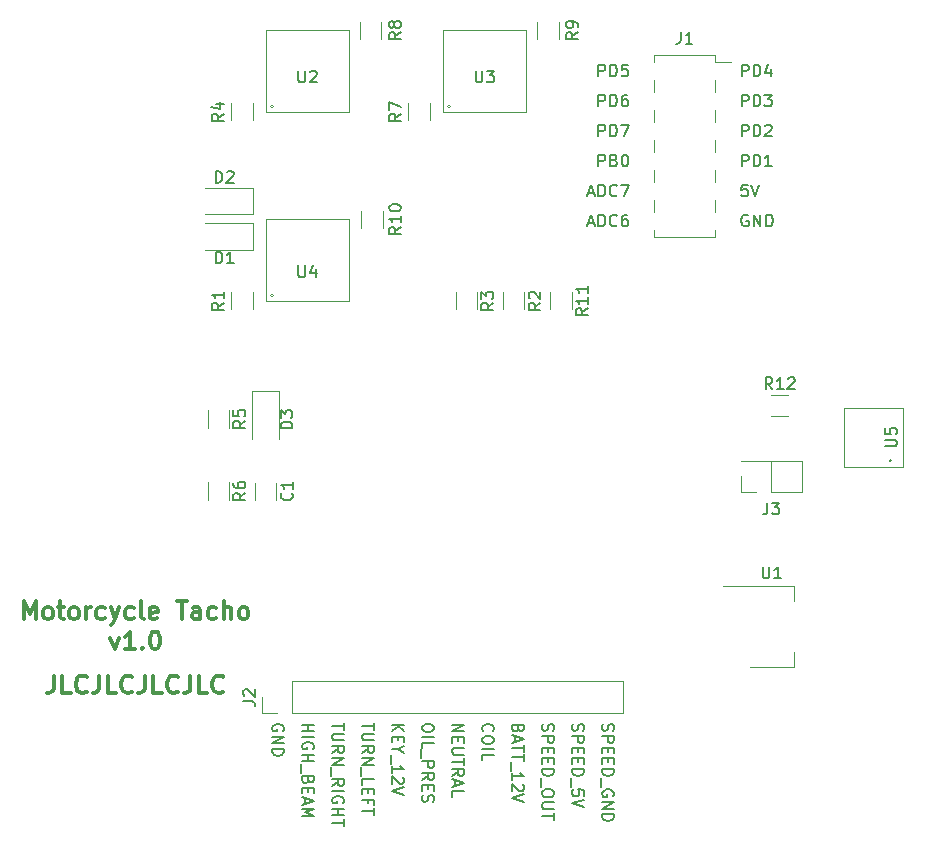
<source format=gbr>
%TF.GenerationSoftware,KiCad,Pcbnew,5.1.10*%
%TF.CreationDate,2021-09-26T09:29:56+10:00*%
%TF.ProjectId,pcb-sensor,7063622d-7365-46e7-936f-722e6b696361,rev?*%
%TF.SameCoordinates,Original*%
%TF.FileFunction,Legend,Top*%
%TF.FilePolarity,Positive*%
%FSLAX46Y46*%
G04 Gerber Fmt 4.6, Leading zero omitted, Abs format (unit mm)*
G04 Created by KiCad (PCBNEW 5.1.10) date 2021-09-26 09:29:56*
%MOMM*%
%LPD*%
G01*
G04 APERTURE LIST*
%ADD10C,0.300000*%
%ADD11C,0.150000*%
%ADD12C,0.120000*%
G04 APERTURE END LIST*
D10*
X117071428Y-120178571D02*
X117071428Y-121250000D01*
X117000000Y-121464285D01*
X116857142Y-121607142D01*
X116642857Y-121678571D01*
X116500000Y-121678571D01*
X118500000Y-121678571D02*
X117785714Y-121678571D01*
X117785714Y-120178571D01*
X119857142Y-121535714D02*
X119785714Y-121607142D01*
X119571428Y-121678571D01*
X119428571Y-121678571D01*
X119214285Y-121607142D01*
X119071428Y-121464285D01*
X119000000Y-121321428D01*
X118928571Y-121035714D01*
X118928571Y-120821428D01*
X119000000Y-120535714D01*
X119071428Y-120392857D01*
X119214285Y-120250000D01*
X119428571Y-120178571D01*
X119571428Y-120178571D01*
X119785714Y-120250000D01*
X119857142Y-120321428D01*
X120928571Y-120178571D02*
X120928571Y-121250000D01*
X120857142Y-121464285D01*
X120714285Y-121607142D01*
X120500000Y-121678571D01*
X120357142Y-121678571D01*
X122357142Y-121678571D02*
X121642857Y-121678571D01*
X121642857Y-120178571D01*
X123714285Y-121535714D02*
X123642857Y-121607142D01*
X123428571Y-121678571D01*
X123285714Y-121678571D01*
X123071428Y-121607142D01*
X122928571Y-121464285D01*
X122857142Y-121321428D01*
X122785714Y-121035714D01*
X122785714Y-120821428D01*
X122857142Y-120535714D01*
X122928571Y-120392857D01*
X123071428Y-120250000D01*
X123285714Y-120178571D01*
X123428571Y-120178571D01*
X123642857Y-120250000D01*
X123714285Y-120321428D01*
X124785714Y-120178571D02*
X124785714Y-121250000D01*
X124714285Y-121464285D01*
X124571428Y-121607142D01*
X124357142Y-121678571D01*
X124214285Y-121678571D01*
X126214285Y-121678571D02*
X125500000Y-121678571D01*
X125500000Y-120178571D01*
X127571428Y-121535714D02*
X127500000Y-121607142D01*
X127285714Y-121678571D01*
X127142857Y-121678571D01*
X126928571Y-121607142D01*
X126785714Y-121464285D01*
X126714285Y-121321428D01*
X126642857Y-121035714D01*
X126642857Y-120821428D01*
X126714285Y-120535714D01*
X126785714Y-120392857D01*
X126928571Y-120250000D01*
X127142857Y-120178571D01*
X127285714Y-120178571D01*
X127500000Y-120250000D01*
X127571428Y-120321428D01*
X128642857Y-120178571D02*
X128642857Y-121250000D01*
X128571428Y-121464285D01*
X128428571Y-121607142D01*
X128214285Y-121678571D01*
X128071428Y-121678571D01*
X130071428Y-121678571D02*
X129357142Y-121678571D01*
X129357142Y-120178571D01*
X131428571Y-121535714D02*
X131357142Y-121607142D01*
X131142857Y-121678571D01*
X131000000Y-121678571D01*
X130785714Y-121607142D01*
X130642857Y-121464285D01*
X130571428Y-121321428D01*
X130500000Y-121035714D01*
X130500000Y-120821428D01*
X130571428Y-120535714D01*
X130642857Y-120392857D01*
X130785714Y-120250000D01*
X131000000Y-120178571D01*
X131142857Y-120178571D01*
X131357142Y-120250000D01*
X131428571Y-120321428D01*
X114535714Y-115403571D02*
X114535714Y-113903571D01*
X115035714Y-114975000D01*
X115535714Y-113903571D01*
X115535714Y-115403571D01*
X116464285Y-115403571D02*
X116321428Y-115332142D01*
X116250000Y-115260714D01*
X116178571Y-115117857D01*
X116178571Y-114689285D01*
X116250000Y-114546428D01*
X116321428Y-114475000D01*
X116464285Y-114403571D01*
X116678571Y-114403571D01*
X116821428Y-114475000D01*
X116892857Y-114546428D01*
X116964285Y-114689285D01*
X116964285Y-115117857D01*
X116892857Y-115260714D01*
X116821428Y-115332142D01*
X116678571Y-115403571D01*
X116464285Y-115403571D01*
X117392857Y-114403571D02*
X117964285Y-114403571D01*
X117607142Y-113903571D02*
X117607142Y-115189285D01*
X117678571Y-115332142D01*
X117821428Y-115403571D01*
X117964285Y-115403571D01*
X118678571Y-115403571D02*
X118535714Y-115332142D01*
X118464285Y-115260714D01*
X118392857Y-115117857D01*
X118392857Y-114689285D01*
X118464285Y-114546428D01*
X118535714Y-114475000D01*
X118678571Y-114403571D01*
X118892857Y-114403571D01*
X119035714Y-114475000D01*
X119107142Y-114546428D01*
X119178571Y-114689285D01*
X119178571Y-115117857D01*
X119107142Y-115260714D01*
X119035714Y-115332142D01*
X118892857Y-115403571D01*
X118678571Y-115403571D01*
X119821428Y-115403571D02*
X119821428Y-114403571D01*
X119821428Y-114689285D02*
X119892857Y-114546428D01*
X119964285Y-114475000D01*
X120107142Y-114403571D01*
X120250000Y-114403571D01*
X121392857Y-115332142D02*
X121250000Y-115403571D01*
X120964285Y-115403571D01*
X120821428Y-115332142D01*
X120750000Y-115260714D01*
X120678571Y-115117857D01*
X120678571Y-114689285D01*
X120750000Y-114546428D01*
X120821428Y-114475000D01*
X120964285Y-114403571D01*
X121250000Y-114403571D01*
X121392857Y-114475000D01*
X121892857Y-114403571D02*
X122250000Y-115403571D01*
X122607142Y-114403571D02*
X122250000Y-115403571D01*
X122107142Y-115760714D01*
X122035714Y-115832142D01*
X121892857Y-115903571D01*
X123821428Y-115332142D02*
X123678571Y-115403571D01*
X123392857Y-115403571D01*
X123250000Y-115332142D01*
X123178571Y-115260714D01*
X123107142Y-115117857D01*
X123107142Y-114689285D01*
X123178571Y-114546428D01*
X123250000Y-114475000D01*
X123392857Y-114403571D01*
X123678571Y-114403571D01*
X123821428Y-114475000D01*
X124678571Y-115403571D02*
X124535714Y-115332142D01*
X124464285Y-115189285D01*
X124464285Y-113903571D01*
X125821428Y-115332142D02*
X125678571Y-115403571D01*
X125392857Y-115403571D01*
X125250000Y-115332142D01*
X125178571Y-115189285D01*
X125178571Y-114617857D01*
X125250000Y-114475000D01*
X125392857Y-114403571D01*
X125678571Y-114403571D01*
X125821428Y-114475000D01*
X125892857Y-114617857D01*
X125892857Y-114760714D01*
X125178571Y-114903571D01*
X127464285Y-113903571D02*
X128321428Y-113903571D01*
X127892857Y-115403571D02*
X127892857Y-113903571D01*
X129464285Y-115403571D02*
X129464285Y-114617857D01*
X129392857Y-114475000D01*
X129250000Y-114403571D01*
X128964285Y-114403571D01*
X128821428Y-114475000D01*
X129464285Y-115332142D02*
X129321428Y-115403571D01*
X128964285Y-115403571D01*
X128821428Y-115332142D01*
X128750000Y-115189285D01*
X128750000Y-115046428D01*
X128821428Y-114903571D01*
X128964285Y-114832142D01*
X129321428Y-114832142D01*
X129464285Y-114760714D01*
X130821428Y-115332142D02*
X130678571Y-115403571D01*
X130392857Y-115403571D01*
X130250000Y-115332142D01*
X130178571Y-115260714D01*
X130107142Y-115117857D01*
X130107142Y-114689285D01*
X130178571Y-114546428D01*
X130250000Y-114475000D01*
X130392857Y-114403571D01*
X130678571Y-114403571D01*
X130821428Y-114475000D01*
X131464285Y-115403571D02*
X131464285Y-113903571D01*
X132107142Y-115403571D02*
X132107142Y-114617857D01*
X132035714Y-114475000D01*
X131892857Y-114403571D01*
X131678571Y-114403571D01*
X131535714Y-114475000D01*
X131464285Y-114546428D01*
X133035714Y-115403571D02*
X132892857Y-115332142D01*
X132821428Y-115260714D01*
X132750000Y-115117857D01*
X132750000Y-114689285D01*
X132821428Y-114546428D01*
X132892857Y-114475000D01*
X133035714Y-114403571D01*
X133250000Y-114403571D01*
X133392857Y-114475000D01*
X133464285Y-114546428D01*
X133535714Y-114689285D01*
X133535714Y-115117857D01*
X133464285Y-115260714D01*
X133392857Y-115332142D01*
X133250000Y-115403571D01*
X133035714Y-115403571D01*
X121857142Y-116953571D02*
X122214285Y-117953571D01*
X122571428Y-116953571D01*
X123928571Y-117953571D02*
X123071428Y-117953571D01*
X123500000Y-117953571D02*
X123500000Y-116453571D01*
X123357142Y-116667857D01*
X123214285Y-116810714D01*
X123071428Y-116882142D01*
X124571428Y-117810714D02*
X124642857Y-117882142D01*
X124571428Y-117953571D01*
X124500000Y-117882142D01*
X124571428Y-117810714D01*
X124571428Y-117953571D01*
X125571428Y-116453571D02*
X125714285Y-116453571D01*
X125857142Y-116525000D01*
X125928571Y-116596428D01*
X126000000Y-116739285D01*
X126071428Y-117025000D01*
X126071428Y-117382142D01*
X126000000Y-117667857D01*
X125928571Y-117810714D01*
X125857142Y-117882142D01*
X125714285Y-117953571D01*
X125571428Y-117953571D01*
X125428571Y-117882142D01*
X125357142Y-117810714D01*
X125285714Y-117667857D01*
X125214285Y-117382142D01*
X125214285Y-117025000D01*
X125285714Y-116739285D01*
X125357142Y-116596428D01*
X125428571Y-116525000D01*
X125571428Y-116453571D01*
D11*
X175859404Y-81200000D02*
X175764166Y-81152380D01*
X175621309Y-81152380D01*
X175478452Y-81200000D01*
X175383214Y-81295238D01*
X175335595Y-81390476D01*
X175287976Y-81580952D01*
X175287976Y-81723809D01*
X175335595Y-81914285D01*
X175383214Y-82009523D01*
X175478452Y-82104761D01*
X175621309Y-82152380D01*
X175716547Y-82152380D01*
X175859404Y-82104761D01*
X175907023Y-82057142D01*
X175907023Y-81723809D01*
X175716547Y-81723809D01*
X176335595Y-82152380D02*
X176335595Y-81152380D01*
X176907023Y-82152380D01*
X176907023Y-81152380D01*
X177383214Y-82152380D02*
X177383214Y-81152380D01*
X177621309Y-81152380D01*
X177764166Y-81200000D01*
X177859404Y-81295238D01*
X177907023Y-81390476D01*
X177954642Y-81580952D01*
X177954642Y-81723809D01*
X177907023Y-81914285D01*
X177859404Y-82009523D01*
X177764166Y-82104761D01*
X177621309Y-82152380D01*
X177383214Y-82152380D01*
X175811785Y-78612380D02*
X175335595Y-78612380D01*
X175287976Y-79088571D01*
X175335595Y-79040952D01*
X175430833Y-78993333D01*
X175668928Y-78993333D01*
X175764166Y-79040952D01*
X175811785Y-79088571D01*
X175859404Y-79183809D01*
X175859404Y-79421904D01*
X175811785Y-79517142D01*
X175764166Y-79564761D01*
X175668928Y-79612380D01*
X175430833Y-79612380D01*
X175335595Y-79564761D01*
X175287976Y-79517142D01*
X176145119Y-78612380D02*
X176478452Y-79612380D01*
X176811785Y-78612380D01*
X175335595Y-77072380D02*
X175335595Y-76072380D01*
X175716547Y-76072380D01*
X175811785Y-76120000D01*
X175859404Y-76167619D01*
X175907023Y-76262857D01*
X175907023Y-76405714D01*
X175859404Y-76500952D01*
X175811785Y-76548571D01*
X175716547Y-76596190D01*
X175335595Y-76596190D01*
X176335595Y-77072380D02*
X176335595Y-76072380D01*
X176573690Y-76072380D01*
X176716547Y-76120000D01*
X176811785Y-76215238D01*
X176859404Y-76310476D01*
X176907023Y-76500952D01*
X176907023Y-76643809D01*
X176859404Y-76834285D01*
X176811785Y-76929523D01*
X176716547Y-77024761D01*
X176573690Y-77072380D01*
X176335595Y-77072380D01*
X177859404Y-77072380D02*
X177287976Y-77072380D01*
X177573690Y-77072380D02*
X177573690Y-76072380D01*
X177478452Y-76215238D01*
X177383214Y-76310476D01*
X177287976Y-76358095D01*
X175335595Y-74532380D02*
X175335595Y-73532380D01*
X175716547Y-73532380D01*
X175811785Y-73580000D01*
X175859404Y-73627619D01*
X175907023Y-73722857D01*
X175907023Y-73865714D01*
X175859404Y-73960952D01*
X175811785Y-74008571D01*
X175716547Y-74056190D01*
X175335595Y-74056190D01*
X176335595Y-74532380D02*
X176335595Y-73532380D01*
X176573690Y-73532380D01*
X176716547Y-73580000D01*
X176811785Y-73675238D01*
X176859404Y-73770476D01*
X176907023Y-73960952D01*
X176907023Y-74103809D01*
X176859404Y-74294285D01*
X176811785Y-74389523D01*
X176716547Y-74484761D01*
X176573690Y-74532380D01*
X176335595Y-74532380D01*
X177287976Y-73627619D02*
X177335595Y-73580000D01*
X177430833Y-73532380D01*
X177668928Y-73532380D01*
X177764166Y-73580000D01*
X177811785Y-73627619D01*
X177859404Y-73722857D01*
X177859404Y-73818095D01*
X177811785Y-73960952D01*
X177240357Y-74532380D01*
X177859404Y-74532380D01*
X175335595Y-71992380D02*
X175335595Y-70992380D01*
X175716547Y-70992380D01*
X175811785Y-71040000D01*
X175859404Y-71087619D01*
X175907023Y-71182857D01*
X175907023Y-71325714D01*
X175859404Y-71420952D01*
X175811785Y-71468571D01*
X175716547Y-71516190D01*
X175335595Y-71516190D01*
X176335595Y-71992380D02*
X176335595Y-70992380D01*
X176573690Y-70992380D01*
X176716547Y-71040000D01*
X176811785Y-71135238D01*
X176859404Y-71230476D01*
X176907023Y-71420952D01*
X176907023Y-71563809D01*
X176859404Y-71754285D01*
X176811785Y-71849523D01*
X176716547Y-71944761D01*
X176573690Y-71992380D01*
X176335595Y-71992380D01*
X177240357Y-70992380D02*
X177859404Y-70992380D01*
X177526071Y-71373333D01*
X177668928Y-71373333D01*
X177764166Y-71420952D01*
X177811785Y-71468571D01*
X177859404Y-71563809D01*
X177859404Y-71801904D01*
X177811785Y-71897142D01*
X177764166Y-71944761D01*
X177668928Y-71992380D01*
X177383214Y-71992380D01*
X177287976Y-71944761D01*
X177240357Y-71897142D01*
X175335595Y-69452380D02*
X175335595Y-68452380D01*
X175716547Y-68452380D01*
X175811785Y-68500000D01*
X175859404Y-68547619D01*
X175907023Y-68642857D01*
X175907023Y-68785714D01*
X175859404Y-68880952D01*
X175811785Y-68928571D01*
X175716547Y-68976190D01*
X175335595Y-68976190D01*
X176335595Y-69452380D02*
X176335595Y-68452380D01*
X176573690Y-68452380D01*
X176716547Y-68500000D01*
X176811785Y-68595238D01*
X176859404Y-68690476D01*
X176907023Y-68880952D01*
X176907023Y-69023809D01*
X176859404Y-69214285D01*
X176811785Y-69309523D01*
X176716547Y-69404761D01*
X176573690Y-69452380D01*
X176335595Y-69452380D01*
X177764166Y-68785714D02*
X177764166Y-69452380D01*
X177526071Y-68404761D02*
X177287976Y-69119047D01*
X177907023Y-69119047D01*
X162283452Y-81866666D02*
X162759642Y-81866666D01*
X162188214Y-82152380D02*
X162521547Y-81152380D01*
X162854880Y-82152380D01*
X163188214Y-82152380D02*
X163188214Y-81152380D01*
X163426309Y-81152380D01*
X163569166Y-81200000D01*
X163664404Y-81295238D01*
X163712023Y-81390476D01*
X163759642Y-81580952D01*
X163759642Y-81723809D01*
X163712023Y-81914285D01*
X163664404Y-82009523D01*
X163569166Y-82104761D01*
X163426309Y-82152380D01*
X163188214Y-82152380D01*
X164759642Y-82057142D02*
X164712023Y-82104761D01*
X164569166Y-82152380D01*
X164473928Y-82152380D01*
X164331071Y-82104761D01*
X164235833Y-82009523D01*
X164188214Y-81914285D01*
X164140595Y-81723809D01*
X164140595Y-81580952D01*
X164188214Y-81390476D01*
X164235833Y-81295238D01*
X164331071Y-81200000D01*
X164473928Y-81152380D01*
X164569166Y-81152380D01*
X164712023Y-81200000D01*
X164759642Y-81247619D01*
X165616785Y-81152380D02*
X165426309Y-81152380D01*
X165331071Y-81200000D01*
X165283452Y-81247619D01*
X165188214Y-81390476D01*
X165140595Y-81580952D01*
X165140595Y-81961904D01*
X165188214Y-82057142D01*
X165235833Y-82104761D01*
X165331071Y-82152380D01*
X165521547Y-82152380D01*
X165616785Y-82104761D01*
X165664404Y-82057142D01*
X165712023Y-81961904D01*
X165712023Y-81723809D01*
X165664404Y-81628571D01*
X165616785Y-81580952D01*
X165521547Y-81533333D01*
X165331071Y-81533333D01*
X165235833Y-81580952D01*
X165188214Y-81628571D01*
X165140595Y-81723809D01*
X162283452Y-79326666D02*
X162759642Y-79326666D01*
X162188214Y-79612380D02*
X162521547Y-78612380D01*
X162854880Y-79612380D01*
X163188214Y-79612380D02*
X163188214Y-78612380D01*
X163426309Y-78612380D01*
X163569166Y-78660000D01*
X163664404Y-78755238D01*
X163712023Y-78850476D01*
X163759642Y-79040952D01*
X163759642Y-79183809D01*
X163712023Y-79374285D01*
X163664404Y-79469523D01*
X163569166Y-79564761D01*
X163426309Y-79612380D01*
X163188214Y-79612380D01*
X164759642Y-79517142D02*
X164712023Y-79564761D01*
X164569166Y-79612380D01*
X164473928Y-79612380D01*
X164331071Y-79564761D01*
X164235833Y-79469523D01*
X164188214Y-79374285D01*
X164140595Y-79183809D01*
X164140595Y-79040952D01*
X164188214Y-78850476D01*
X164235833Y-78755238D01*
X164331071Y-78660000D01*
X164473928Y-78612380D01*
X164569166Y-78612380D01*
X164712023Y-78660000D01*
X164759642Y-78707619D01*
X165092976Y-78612380D02*
X165759642Y-78612380D01*
X165331071Y-79612380D01*
X163188214Y-77072380D02*
X163188214Y-76072380D01*
X163569166Y-76072380D01*
X163664404Y-76120000D01*
X163712023Y-76167619D01*
X163759642Y-76262857D01*
X163759642Y-76405714D01*
X163712023Y-76500952D01*
X163664404Y-76548571D01*
X163569166Y-76596190D01*
X163188214Y-76596190D01*
X164521547Y-76548571D02*
X164664404Y-76596190D01*
X164712023Y-76643809D01*
X164759642Y-76739047D01*
X164759642Y-76881904D01*
X164712023Y-76977142D01*
X164664404Y-77024761D01*
X164569166Y-77072380D01*
X164188214Y-77072380D01*
X164188214Y-76072380D01*
X164521547Y-76072380D01*
X164616785Y-76120000D01*
X164664404Y-76167619D01*
X164712023Y-76262857D01*
X164712023Y-76358095D01*
X164664404Y-76453333D01*
X164616785Y-76500952D01*
X164521547Y-76548571D01*
X164188214Y-76548571D01*
X165378690Y-76072380D02*
X165473928Y-76072380D01*
X165569166Y-76120000D01*
X165616785Y-76167619D01*
X165664404Y-76262857D01*
X165712023Y-76453333D01*
X165712023Y-76691428D01*
X165664404Y-76881904D01*
X165616785Y-76977142D01*
X165569166Y-77024761D01*
X165473928Y-77072380D01*
X165378690Y-77072380D01*
X165283452Y-77024761D01*
X165235833Y-76977142D01*
X165188214Y-76881904D01*
X165140595Y-76691428D01*
X165140595Y-76453333D01*
X165188214Y-76262857D01*
X165235833Y-76167619D01*
X165283452Y-76120000D01*
X165378690Y-76072380D01*
X163188214Y-74532380D02*
X163188214Y-73532380D01*
X163569166Y-73532380D01*
X163664404Y-73580000D01*
X163712023Y-73627619D01*
X163759642Y-73722857D01*
X163759642Y-73865714D01*
X163712023Y-73960952D01*
X163664404Y-74008571D01*
X163569166Y-74056190D01*
X163188214Y-74056190D01*
X164188214Y-74532380D02*
X164188214Y-73532380D01*
X164426309Y-73532380D01*
X164569166Y-73580000D01*
X164664404Y-73675238D01*
X164712023Y-73770476D01*
X164759642Y-73960952D01*
X164759642Y-74103809D01*
X164712023Y-74294285D01*
X164664404Y-74389523D01*
X164569166Y-74484761D01*
X164426309Y-74532380D01*
X164188214Y-74532380D01*
X165092976Y-73532380D02*
X165759642Y-73532380D01*
X165331071Y-74532380D01*
X163188214Y-71992380D02*
X163188214Y-70992380D01*
X163569166Y-70992380D01*
X163664404Y-71040000D01*
X163712023Y-71087619D01*
X163759642Y-71182857D01*
X163759642Y-71325714D01*
X163712023Y-71420952D01*
X163664404Y-71468571D01*
X163569166Y-71516190D01*
X163188214Y-71516190D01*
X164188214Y-71992380D02*
X164188214Y-70992380D01*
X164426309Y-70992380D01*
X164569166Y-71040000D01*
X164664404Y-71135238D01*
X164712023Y-71230476D01*
X164759642Y-71420952D01*
X164759642Y-71563809D01*
X164712023Y-71754285D01*
X164664404Y-71849523D01*
X164569166Y-71944761D01*
X164426309Y-71992380D01*
X164188214Y-71992380D01*
X165616785Y-70992380D02*
X165426309Y-70992380D01*
X165331071Y-71040000D01*
X165283452Y-71087619D01*
X165188214Y-71230476D01*
X165140595Y-71420952D01*
X165140595Y-71801904D01*
X165188214Y-71897142D01*
X165235833Y-71944761D01*
X165331071Y-71992380D01*
X165521547Y-71992380D01*
X165616785Y-71944761D01*
X165664404Y-71897142D01*
X165712023Y-71801904D01*
X165712023Y-71563809D01*
X165664404Y-71468571D01*
X165616785Y-71420952D01*
X165521547Y-71373333D01*
X165331071Y-71373333D01*
X165235833Y-71420952D01*
X165188214Y-71468571D01*
X165140595Y-71563809D01*
X163188214Y-69452380D02*
X163188214Y-68452380D01*
X163569166Y-68452380D01*
X163664404Y-68500000D01*
X163712023Y-68547619D01*
X163759642Y-68642857D01*
X163759642Y-68785714D01*
X163712023Y-68880952D01*
X163664404Y-68928571D01*
X163569166Y-68976190D01*
X163188214Y-68976190D01*
X164188214Y-69452380D02*
X164188214Y-68452380D01*
X164426309Y-68452380D01*
X164569166Y-68500000D01*
X164664404Y-68595238D01*
X164712023Y-68690476D01*
X164759642Y-68880952D01*
X164759642Y-69023809D01*
X164712023Y-69214285D01*
X164664404Y-69309523D01*
X164569166Y-69404761D01*
X164426309Y-69452380D01*
X164188214Y-69452380D01*
X165664404Y-68452380D02*
X165188214Y-68452380D01*
X165140595Y-68928571D01*
X165188214Y-68880952D01*
X165283452Y-68833333D01*
X165521547Y-68833333D01*
X165616785Y-68880952D01*
X165664404Y-68928571D01*
X165712023Y-69023809D01*
X165712023Y-69261904D01*
X165664404Y-69357142D01*
X165616785Y-69404761D01*
X165521547Y-69452380D01*
X165283452Y-69452380D01*
X165188214Y-69404761D01*
X165140595Y-69357142D01*
X163535238Y-124287976D02*
X163487619Y-124430833D01*
X163487619Y-124668928D01*
X163535238Y-124764166D01*
X163582857Y-124811785D01*
X163678095Y-124859404D01*
X163773333Y-124859404D01*
X163868571Y-124811785D01*
X163916190Y-124764166D01*
X163963809Y-124668928D01*
X164011428Y-124478452D01*
X164059047Y-124383214D01*
X164106666Y-124335595D01*
X164201904Y-124287976D01*
X164297142Y-124287976D01*
X164392380Y-124335595D01*
X164440000Y-124383214D01*
X164487619Y-124478452D01*
X164487619Y-124716547D01*
X164440000Y-124859404D01*
X163487619Y-125287976D02*
X164487619Y-125287976D01*
X164487619Y-125668928D01*
X164440000Y-125764166D01*
X164392380Y-125811785D01*
X164297142Y-125859404D01*
X164154285Y-125859404D01*
X164059047Y-125811785D01*
X164011428Y-125764166D01*
X163963809Y-125668928D01*
X163963809Y-125287976D01*
X164011428Y-126287976D02*
X164011428Y-126621309D01*
X163487619Y-126764166D02*
X163487619Y-126287976D01*
X164487619Y-126287976D01*
X164487619Y-126764166D01*
X164011428Y-127192738D02*
X164011428Y-127526071D01*
X163487619Y-127668928D02*
X163487619Y-127192738D01*
X164487619Y-127192738D01*
X164487619Y-127668928D01*
X163487619Y-128097500D02*
X164487619Y-128097500D01*
X164487619Y-128335595D01*
X164440000Y-128478452D01*
X164344761Y-128573690D01*
X164249523Y-128621309D01*
X164059047Y-128668928D01*
X163916190Y-128668928D01*
X163725714Y-128621309D01*
X163630476Y-128573690D01*
X163535238Y-128478452D01*
X163487619Y-128335595D01*
X163487619Y-128097500D01*
X163392380Y-128859404D02*
X163392380Y-129621309D01*
X164440000Y-130383214D02*
X164487619Y-130287976D01*
X164487619Y-130145119D01*
X164440000Y-130002261D01*
X164344761Y-129907023D01*
X164249523Y-129859404D01*
X164059047Y-129811785D01*
X163916190Y-129811785D01*
X163725714Y-129859404D01*
X163630476Y-129907023D01*
X163535238Y-130002261D01*
X163487619Y-130145119D01*
X163487619Y-130240357D01*
X163535238Y-130383214D01*
X163582857Y-130430833D01*
X163916190Y-130430833D01*
X163916190Y-130240357D01*
X163487619Y-130859404D02*
X164487619Y-130859404D01*
X163487619Y-131430833D01*
X164487619Y-131430833D01*
X163487619Y-131907023D02*
X164487619Y-131907023D01*
X164487619Y-132145119D01*
X164440000Y-132287976D01*
X164344761Y-132383214D01*
X164249523Y-132430833D01*
X164059047Y-132478452D01*
X163916190Y-132478452D01*
X163725714Y-132430833D01*
X163630476Y-132383214D01*
X163535238Y-132287976D01*
X163487619Y-132145119D01*
X163487619Y-131907023D01*
X160995238Y-124287976D02*
X160947619Y-124430833D01*
X160947619Y-124668928D01*
X160995238Y-124764166D01*
X161042857Y-124811785D01*
X161138095Y-124859404D01*
X161233333Y-124859404D01*
X161328571Y-124811785D01*
X161376190Y-124764166D01*
X161423809Y-124668928D01*
X161471428Y-124478452D01*
X161519047Y-124383214D01*
X161566666Y-124335595D01*
X161661904Y-124287976D01*
X161757142Y-124287976D01*
X161852380Y-124335595D01*
X161900000Y-124383214D01*
X161947619Y-124478452D01*
X161947619Y-124716547D01*
X161900000Y-124859404D01*
X160947619Y-125287976D02*
X161947619Y-125287976D01*
X161947619Y-125668928D01*
X161900000Y-125764166D01*
X161852380Y-125811785D01*
X161757142Y-125859404D01*
X161614285Y-125859404D01*
X161519047Y-125811785D01*
X161471428Y-125764166D01*
X161423809Y-125668928D01*
X161423809Y-125287976D01*
X161471428Y-126287976D02*
X161471428Y-126621309D01*
X160947619Y-126764166D02*
X160947619Y-126287976D01*
X161947619Y-126287976D01*
X161947619Y-126764166D01*
X161471428Y-127192738D02*
X161471428Y-127526071D01*
X160947619Y-127668928D02*
X160947619Y-127192738D01*
X161947619Y-127192738D01*
X161947619Y-127668928D01*
X160947619Y-128097500D02*
X161947619Y-128097500D01*
X161947619Y-128335595D01*
X161900000Y-128478452D01*
X161804761Y-128573690D01*
X161709523Y-128621309D01*
X161519047Y-128668928D01*
X161376190Y-128668928D01*
X161185714Y-128621309D01*
X161090476Y-128573690D01*
X160995238Y-128478452D01*
X160947619Y-128335595D01*
X160947619Y-128097500D01*
X160852380Y-128859404D02*
X160852380Y-129621309D01*
X161947619Y-130335595D02*
X161947619Y-129859404D01*
X161471428Y-129811785D01*
X161519047Y-129859404D01*
X161566666Y-129954642D01*
X161566666Y-130192738D01*
X161519047Y-130287976D01*
X161471428Y-130335595D01*
X161376190Y-130383214D01*
X161138095Y-130383214D01*
X161042857Y-130335595D01*
X160995238Y-130287976D01*
X160947619Y-130192738D01*
X160947619Y-129954642D01*
X160995238Y-129859404D01*
X161042857Y-129811785D01*
X161947619Y-130668928D02*
X160947619Y-131002261D01*
X161947619Y-131335595D01*
X153422857Y-124907023D02*
X153375238Y-124859404D01*
X153327619Y-124716547D01*
X153327619Y-124621309D01*
X153375238Y-124478452D01*
X153470476Y-124383214D01*
X153565714Y-124335595D01*
X153756190Y-124287976D01*
X153899047Y-124287976D01*
X154089523Y-124335595D01*
X154184761Y-124383214D01*
X154280000Y-124478452D01*
X154327619Y-124621309D01*
X154327619Y-124716547D01*
X154280000Y-124859404D01*
X154232380Y-124907023D01*
X154327619Y-125526071D02*
X154327619Y-125716547D01*
X154280000Y-125811785D01*
X154184761Y-125907023D01*
X153994285Y-125954642D01*
X153660952Y-125954642D01*
X153470476Y-125907023D01*
X153375238Y-125811785D01*
X153327619Y-125716547D01*
X153327619Y-125526071D01*
X153375238Y-125430833D01*
X153470476Y-125335595D01*
X153660952Y-125287976D01*
X153994285Y-125287976D01*
X154184761Y-125335595D01*
X154280000Y-125430833D01*
X154327619Y-125526071D01*
X153327619Y-126383214D02*
X154327619Y-126383214D01*
X153327619Y-127335595D02*
X153327619Y-126859404D01*
X154327619Y-126859404D01*
X156391428Y-124668928D02*
X156343809Y-124811785D01*
X156296190Y-124859404D01*
X156200952Y-124907023D01*
X156058095Y-124907023D01*
X155962857Y-124859404D01*
X155915238Y-124811785D01*
X155867619Y-124716547D01*
X155867619Y-124335595D01*
X156867619Y-124335595D01*
X156867619Y-124668928D01*
X156820000Y-124764166D01*
X156772380Y-124811785D01*
X156677142Y-124859404D01*
X156581904Y-124859404D01*
X156486666Y-124811785D01*
X156439047Y-124764166D01*
X156391428Y-124668928D01*
X156391428Y-124335595D01*
X156153333Y-125287976D02*
X156153333Y-125764166D01*
X155867619Y-125192738D02*
X156867619Y-125526071D01*
X155867619Y-125859404D01*
X156867619Y-126049880D02*
X156867619Y-126621309D01*
X155867619Y-126335595D02*
X156867619Y-126335595D01*
X156867619Y-126811785D02*
X156867619Y-127383214D01*
X155867619Y-127097500D02*
X156867619Y-127097500D01*
X155772380Y-127478452D02*
X155772380Y-128240357D01*
X155867619Y-129002261D02*
X155867619Y-128430833D01*
X155867619Y-128716547D02*
X156867619Y-128716547D01*
X156724761Y-128621309D01*
X156629523Y-128526071D01*
X156581904Y-128430833D01*
X156772380Y-129383214D02*
X156820000Y-129430833D01*
X156867619Y-129526071D01*
X156867619Y-129764166D01*
X156820000Y-129859404D01*
X156772380Y-129907023D01*
X156677142Y-129954642D01*
X156581904Y-129954642D01*
X156439047Y-129907023D01*
X155867619Y-129335595D01*
X155867619Y-129954642D01*
X156867619Y-130240357D02*
X155867619Y-130573690D01*
X156867619Y-130907023D01*
X144167619Y-124192738D02*
X144167619Y-124764166D01*
X143167619Y-124478452D02*
X144167619Y-124478452D01*
X144167619Y-125097500D02*
X143358095Y-125097500D01*
X143262857Y-125145119D01*
X143215238Y-125192738D01*
X143167619Y-125287976D01*
X143167619Y-125478452D01*
X143215238Y-125573690D01*
X143262857Y-125621309D01*
X143358095Y-125668928D01*
X144167619Y-125668928D01*
X143167619Y-126716547D02*
X143643809Y-126383214D01*
X143167619Y-126145119D02*
X144167619Y-126145119D01*
X144167619Y-126526071D01*
X144120000Y-126621309D01*
X144072380Y-126668928D01*
X143977142Y-126716547D01*
X143834285Y-126716547D01*
X143739047Y-126668928D01*
X143691428Y-126621309D01*
X143643809Y-126526071D01*
X143643809Y-126145119D01*
X143167619Y-127145119D02*
X144167619Y-127145119D01*
X143167619Y-127716547D01*
X144167619Y-127716547D01*
X143072380Y-127954642D02*
X143072380Y-128716547D01*
X143167619Y-129430833D02*
X143167619Y-128954642D01*
X144167619Y-128954642D01*
X143691428Y-129764166D02*
X143691428Y-130097500D01*
X143167619Y-130240357D02*
X143167619Y-129764166D01*
X144167619Y-129764166D01*
X144167619Y-130240357D01*
X143691428Y-131002261D02*
X143691428Y-130668928D01*
X143167619Y-130668928D02*
X144167619Y-130668928D01*
X144167619Y-131145119D01*
X144167619Y-131383214D02*
X144167619Y-131954642D01*
X143167619Y-131668928D02*
X144167619Y-131668928D01*
X141627619Y-124192738D02*
X141627619Y-124764166D01*
X140627619Y-124478452D02*
X141627619Y-124478452D01*
X141627619Y-125097500D02*
X140818095Y-125097500D01*
X140722857Y-125145119D01*
X140675238Y-125192738D01*
X140627619Y-125287976D01*
X140627619Y-125478452D01*
X140675238Y-125573690D01*
X140722857Y-125621309D01*
X140818095Y-125668928D01*
X141627619Y-125668928D01*
X140627619Y-126716547D02*
X141103809Y-126383214D01*
X140627619Y-126145119D02*
X141627619Y-126145119D01*
X141627619Y-126526071D01*
X141580000Y-126621309D01*
X141532380Y-126668928D01*
X141437142Y-126716547D01*
X141294285Y-126716547D01*
X141199047Y-126668928D01*
X141151428Y-126621309D01*
X141103809Y-126526071D01*
X141103809Y-126145119D01*
X140627619Y-127145119D02*
X141627619Y-127145119D01*
X140627619Y-127716547D01*
X141627619Y-127716547D01*
X140532380Y-127954642D02*
X140532380Y-128716547D01*
X140627619Y-129526071D02*
X141103809Y-129192738D01*
X140627619Y-128954642D02*
X141627619Y-128954642D01*
X141627619Y-129335595D01*
X141580000Y-129430833D01*
X141532380Y-129478452D01*
X141437142Y-129526071D01*
X141294285Y-129526071D01*
X141199047Y-129478452D01*
X141151428Y-129430833D01*
X141103809Y-129335595D01*
X141103809Y-128954642D01*
X140627619Y-129954642D02*
X141627619Y-129954642D01*
X141580000Y-130954642D02*
X141627619Y-130859404D01*
X141627619Y-130716547D01*
X141580000Y-130573690D01*
X141484761Y-130478452D01*
X141389523Y-130430833D01*
X141199047Y-130383214D01*
X141056190Y-130383214D01*
X140865714Y-130430833D01*
X140770476Y-130478452D01*
X140675238Y-130573690D01*
X140627619Y-130716547D01*
X140627619Y-130811785D01*
X140675238Y-130954642D01*
X140722857Y-131002261D01*
X141056190Y-131002261D01*
X141056190Y-130811785D01*
X140627619Y-131430833D02*
X141627619Y-131430833D01*
X141151428Y-131430833D02*
X141151428Y-132002261D01*
X140627619Y-132002261D02*
X141627619Y-132002261D01*
X141627619Y-132335595D02*
X141627619Y-132907023D01*
X140627619Y-132621309D02*
X141627619Y-132621309D01*
X149247619Y-124526071D02*
X149247619Y-124716547D01*
X149200000Y-124811785D01*
X149104761Y-124907023D01*
X148914285Y-124954642D01*
X148580952Y-124954642D01*
X148390476Y-124907023D01*
X148295238Y-124811785D01*
X148247619Y-124716547D01*
X148247619Y-124526071D01*
X148295238Y-124430833D01*
X148390476Y-124335595D01*
X148580952Y-124287976D01*
X148914285Y-124287976D01*
X149104761Y-124335595D01*
X149200000Y-124430833D01*
X149247619Y-124526071D01*
X148247619Y-125383214D02*
X149247619Y-125383214D01*
X148247619Y-126335595D02*
X148247619Y-125859404D01*
X149247619Y-125859404D01*
X148152380Y-126430833D02*
X148152380Y-127192738D01*
X148247619Y-127430833D02*
X149247619Y-127430833D01*
X149247619Y-127811785D01*
X149200000Y-127907023D01*
X149152380Y-127954642D01*
X149057142Y-128002261D01*
X148914285Y-128002261D01*
X148819047Y-127954642D01*
X148771428Y-127907023D01*
X148723809Y-127811785D01*
X148723809Y-127430833D01*
X148247619Y-129002261D02*
X148723809Y-128668928D01*
X148247619Y-128430833D02*
X149247619Y-128430833D01*
X149247619Y-128811785D01*
X149200000Y-128907023D01*
X149152380Y-128954642D01*
X149057142Y-129002261D01*
X148914285Y-129002261D01*
X148819047Y-128954642D01*
X148771428Y-128907023D01*
X148723809Y-128811785D01*
X148723809Y-128430833D01*
X148771428Y-129430833D02*
X148771428Y-129764166D01*
X148247619Y-129907023D02*
X148247619Y-129430833D01*
X149247619Y-129430833D01*
X149247619Y-129907023D01*
X148295238Y-130287976D02*
X148247619Y-130430833D01*
X148247619Y-130668928D01*
X148295238Y-130764166D01*
X148342857Y-130811785D01*
X148438095Y-130859404D01*
X148533333Y-130859404D01*
X148628571Y-130811785D01*
X148676190Y-130764166D01*
X148723809Y-130668928D01*
X148771428Y-130478452D01*
X148819047Y-130383214D01*
X148866666Y-130335595D01*
X148961904Y-130287976D01*
X149057142Y-130287976D01*
X149152380Y-130335595D01*
X149200000Y-130383214D01*
X149247619Y-130478452D01*
X149247619Y-130716547D01*
X149200000Y-130859404D01*
X150787619Y-124335595D02*
X151787619Y-124335595D01*
X150787619Y-124907023D01*
X151787619Y-124907023D01*
X151311428Y-125383214D02*
X151311428Y-125716547D01*
X150787619Y-125859404D02*
X150787619Y-125383214D01*
X151787619Y-125383214D01*
X151787619Y-125859404D01*
X151787619Y-126287976D02*
X150978095Y-126287976D01*
X150882857Y-126335595D01*
X150835238Y-126383214D01*
X150787619Y-126478452D01*
X150787619Y-126668928D01*
X150835238Y-126764166D01*
X150882857Y-126811785D01*
X150978095Y-126859404D01*
X151787619Y-126859404D01*
X151787619Y-127192738D02*
X151787619Y-127764166D01*
X150787619Y-127478452D02*
X151787619Y-127478452D01*
X150787619Y-128668928D02*
X151263809Y-128335595D01*
X150787619Y-128097500D02*
X151787619Y-128097500D01*
X151787619Y-128478452D01*
X151740000Y-128573690D01*
X151692380Y-128621309D01*
X151597142Y-128668928D01*
X151454285Y-128668928D01*
X151359047Y-128621309D01*
X151311428Y-128573690D01*
X151263809Y-128478452D01*
X151263809Y-128097500D01*
X151073333Y-129049880D02*
X151073333Y-129526071D01*
X150787619Y-128954642D02*
X151787619Y-129287976D01*
X150787619Y-129621309D01*
X150787619Y-130430833D02*
X150787619Y-129954642D01*
X151787619Y-129954642D01*
X138087619Y-124335595D02*
X139087619Y-124335595D01*
X138611428Y-124335595D02*
X138611428Y-124907023D01*
X138087619Y-124907023D02*
X139087619Y-124907023D01*
X138087619Y-125383214D02*
X139087619Y-125383214D01*
X139040000Y-126383214D02*
X139087619Y-126287976D01*
X139087619Y-126145119D01*
X139040000Y-126002261D01*
X138944761Y-125907023D01*
X138849523Y-125859404D01*
X138659047Y-125811785D01*
X138516190Y-125811785D01*
X138325714Y-125859404D01*
X138230476Y-125907023D01*
X138135238Y-126002261D01*
X138087619Y-126145119D01*
X138087619Y-126240357D01*
X138135238Y-126383214D01*
X138182857Y-126430833D01*
X138516190Y-126430833D01*
X138516190Y-126240357D01*
X138087619Y-126859404D02*
X139087619Y-126859404D01*
X138611428Y-126859404D02*
X138611428Y-127430833D01*
X138087619Y-127430833D02*
X139087619Y-127430833D01*
X137992380Y-127668928D02*
X137992380Y-128430833D01*
X138611428Y-129002261D02*
X138563809Y-129145119D01*
X138516190Y-129192738D01*
X138420952Y-129240357D01*
X138278095Y-129240357D01*
X138182857Y-129192738D01*
X138135238Y-129145119D01*
X138087619Y-129049880D01*
X138087619Y-128668928D01*
X139087619Y-128668928D01*
X139087619Y-129002261D01*
X139040000Y-129097500D01*
X138992380Y-129145119D01*
X138897142Y-129192738D01*
X138801904Y-129192738D01*
X138706666Y-129145119D01*
X138659047Y-129097500D01*
X138611428Y-129002261D01*
X138611428Y-128668928D01*
X138611428Y-129668928D02*
X138611428Y-130002261D01*
X138087619Y-130145119D02*
X138087619Y-129668928D01*
X139087619Y-129668928D01*
X139087619Y-130145119D01*
X138373333Y-130526071D02*
X138373333Y-131002261D01*
X138087619Y-130430833D02*
X139087619Y-130764166D01*
X138087619Y-131097500D01*
X138087619Y-131430833D02*
X139087619Y-131430833D01*
X138373333Y-131764166D01*
X139087619Y-132097500D01*
X138087619Y-132097500D01*
X145707619Y-124335595D02*
X146707619Y-124335595D01*
X145707619Y-124907023D02*
X146279047Y-124478452D01*
X146707619Y-124907023D02*
X146136190Y-124335595D01*
X146231428Y-125335595D02*
X146231428Y-125668928D01*
X145707619Y-125811785D02*
X145707619Y-125335595D01*
X146707619Y-125335595D01*
X146707619Y-125811785D01*
X146183809Y-126430833D02*
X145707619Y-126430833D01*
X146707619Y-126097500D02*
X146183809Y-126430833D01*
X146707619Y-126764166D01*
X145612380Y-126859404D02*
X145612380Y-127621309D01*
X145707619Y-128383214D02*
X145707619Y-127811785D01*
X145707619Y-128097500D02*
X146707619Y-128097500D01*
X146564761Y-128002261D01*
X146469523Y-127907023D01*
X146421904Y-127811785D01*
X146612380Y-128764166D02*
X146660000Y-128811785D01*
X146707619Y-128907023D01*
X146707619Y-129145119D01*
X146660000Y-129240357D01*
X146612380Y-129287976D01*
X146517142Y-129335595D01*
X146421904Y-129335595D01*
X146279047Y-129287976D01*
X145707619Y-128716547D01*
X145707619Y-129335595D01*
X146707619Y-129621309D02*
X145707619Y-129954642D01*
X146707619Y-130287976D01*
X158455238Y-124287976D02*
X158407619Y-124430833D01*
X158407619Y-124668928D01*
X158455238Y-124764166D01*
X158502857Y-124811785D01*
X158598095Y-124859404D01*
X158693333Y-124859404D01*
X158788571Y-124811785D01*
X158836190Y-124764166D01*
X158883809Y-124668928D01*
X158931428Y-124478452D01*
X158979047Y-124383214D01*
X159026666Y-124335595D01*
X159121904Y-124287976D01*
X159217142Y-124287976D01*
X159312380Y-124335595D01*
X159360000Y-124383214D01*
X159407619Y-124478452D01*
X159407619Y-124716547D01*
X159360000Y-124859404D01*
X158407619Y-125287976D02*
X159407619Y-125287976D01*
X159407619Y-125668928D01*
X159360000Y-125764166D01*
X159312380Y-125811785D01*
X159217142Y-125859404D01*
X159074285Y-125859404D01*
X158979047Y-125811785D01*
X158931428Y-125764166D01*
X158883809Y-125668928D01*
X158883809Y-125287976D01*
X158931428Y-126287976D02*
X158931428Y-126621309D01*
X158407619Y-126764166D02*
X158407619Y-126287976D01*
X159407619Y-126287976D01*
X159407619Y-126764166D01*
X158931428Y-127192738D02*
X158931428Y-127526071D01*
X158407619Y-127668928D02*
X158407619Y-127192738D01*
X159407619Y-127192738D01*
X159407619Y-127668928D01*
X158407619Y-128097500D02*
X159407619Y-128097500D01*
X159407619Y-128335595D01*
X159360000Y-128478452D01*
X159264761Y-128573690D01*
X159169523Y-128621309D01*
X158979047Y-128668928D01*
X158836190Y-128668928D01*
X158645714Y-128621309D01*
X158550476Y-128573690D01*
X158455238Y-128478452D01*
X158407619Y-128335595D01*
X158407619Y-128097500D01*
X158312380Y-128859404D02*
X158312380Y-129621309D01*
X159407619Y-130049880D02*
X159407619Y-130240357D01*
X159360000Y-130335595D01*
X159264761Y-130430833D01*
X159074285Y-130478452D01*
X158740952Y-130478452D01*
X158550476Y-130430833D01*
X158455238Y-130335595D01*
X158407619Y-130240357D01*
X158407619Y-130049880D01*
X158455238Y-129954642D01*
X158550476Y-129859404D01*
X158740952Y-129811785D01*
X159074285Y-129811785D01*
X159264761Y-129859404D01*
X159360000Y-129954642D01*
X159407619Y-130049880D01*
X159407619Y-130907023D02*
X158598095Y-130907023D01*
X158502857Y-130954642D01*
X158455238Y-131002261D01*
X158407619Y-131097500D01*
X158407619Y-131287976D01*
X158455238Y-131383214D01*
X158502857Y-131430833D01*
X158598095Y-131478452D01*
X159407619Y-131478452D01*
X159407619Y-131811785D02*
X159407619Y-132383214D01*
X158407619Y-132097500D02*
X159407619Y-132097500D01*
X136500000Y-124859404D02*
X136547619Y-124764166D01*
X136547619Y-124621309D01*
X136500000Y-124478452D01*
X136404761Y-124383214D01*
X136309523Y-124335595D01*
X136119047Y-124287976D01*
X135976190Y-124287976D01*
X135785714Y-124335595D01*
X135690476Y-124383214D01*
X135595238Y-124478452D01*
X135547619Y-124621309D01*
X135547619Y-124716547D01*
X135595238Y-124859404D01*
X135642857Y-124907023D01*
X135976190Y-124907023D01*
X135976190Y-124716547D01*
X135547619Y-125335595D02*
X136547619Y-125335595D01*
X135547619Y-125907023D01*
X136547619Y-125907023D01*
X135547619Y-126383214D02*
X136547619Y-126383214D01*
X136547619Y-126621309D01*
X136500000Y-126764166D01*
X136404761Y-126859404D01*
X136309523Y-126907023D01*
X136119047Y-126954642D01*
X135976190Y-126954642D01*
X135785714Y-126907023D01*
X135690476Y-126859404D01*
X135595238Y-126764166D01*
X135547619Y-126621309D01*
X135547619Y-126383214D01*
D12*
%TO.C,U2*%
X135640000Y-72000000D02*
G75*
G03*
X135640000Y-72000000I-100000J0D01*
G01*
X135040000Y-65500000D02*
X142040000Y-65500000D01*
X142040000Y-65500000D02*
X142040000Y-72500000D01*
X142040000Y-72500000D02*
X135040000Y-72500000D01*
X135040000Y-72500000D02*
X135040000Y-65500000D01*
%TO.C,U4*%
X135640000Y-88000000D02*
G75*
G03*
X135640000Y-88000000I-100000J0D01*
G01*
X135040000Y-81500000D02*
X142040000Y-81500000D01*
X142040000Y-81500000D02*
X142040000Y-88500000D01*
X142040000Y-88500000D02*
X135040000Y-88500000D01*
X135040000Y-88500000D02*
X135040000Y-81500000D01*
%TO.C,U3*%
X150640000Y-72000000D02*
G75*
G03*
X150640000Y-72000000I-100000J0D01*
G01*
X150040000Y-65500000D02*
X157040000Y-65500000D01*
X157040000Y-65500000D02*
X157040000Y-72500000D01*
X157040000Y-72500000D02*
X150040000Y-72500000D01*
X150040000Y-72500000D02*
X150040000Y-65500000D01*
%TO.C,U1*%
X179760000Y-119410000D02*
X179760000Y-118150000D01*
X179760000Y-112590000D02*
X179760000Y-113850000D01*
X176000000Y-119410000D02*
X179760000Y-119410000D01*
X173750000Y-112590000D02*
X179760000Y-112590000D01*
%TO.C,J3*%
X180430000Y-104630000D02*
X177830000Y-104630000D01*
X180430000Y-104630000D02*
X180430000Y-101970000D01*
X180430000Y-101970000D02*
X175230000Y-101970000D01*
X175230000Y-102030000D02*
X175230000Y-101970000D01*
X177830000Y-102030000D02*
X175230000Y-102030000D01*
X177830000Y-104630000D02*
X177830000Y-102030000D01*
X175230000Y-104630000D02*
X175230000Y-103300000D01*
X176560000Y-104630000D02*
X175230000Y-104630000D01*
%TO.C,D3*%
X136135000Y-100112500D02*
X136135000Y-96052500D01*
X136135000Y-96052500D02*
X133865000Y-96052500D01*
X133865000Y-96052500D02*
X133865000Y-100112500D01*
%TO.C,J2*%
X165270000Y-123330000D02*
X165270000Y-120670000D01*
X137270000Y-123330000D02*
X165270000Y-123330000D01*
X137270000Y-120670000D02*
X165270000Y-120670000D01*
X137270000Y-123330000D02*
X137270000Y-120670000D01*
X136000000Y-123330000D02*
X134670000Y-123330000D01*
X134670000Y-123330000D02*
X134670000Y-122000000D01*
%TO.C,U5*%
X188000000Y-102000000D02*
G75*
G03*
X188000000Y-102000000I-100000J0D01*
G01*
X184000000Y-102500000D02*
X184000000Y-97500000D01*
X184000000Y-97500000D02*
X189000000Y-97500000D01*
X189000000Y-97500000D02*
X189000000Y-102500000D01*
X189000000Y-102500000D02*
X184000000Y-102500000D01*
%TO.C,R12*%
X177822936Y-96390000D02*
X179277064Y-96390000D01*
X177822936Y-98210000D02*
X179277064Y-98210000D01*
%TO.C,R11*%
X160910000Y-87722936D02*
X160910000Y-89177064D01*
X159090000Y-87722936D02*
X159090000Y-89177064D01*
%TO.C,R10*%
X143090000Y-82277064D02*
X143090000Y-80822936D01*
X144910000Y-82277064D02*
X144910000Y-80822936D01*
%TO.C,R9*%
X157990000Y-66277064D02*
X157990000Y-64822936D01*
X159810000Y-66277064D02*
X159810000Y-64822936D01*
%TO.C,R8*%
X142990000Y-66277064D02*
X142990000Y-64822936D01*
X144810000Y-66277064D02*
X144810000Y-64822936D01*
%TO.C,R7*%
X148910000Y-71722936D02*
X148910000Y-73177064D01*
X147090000Y-71722936D02*
X147090000Y-73177064D01*
%TO.C,R4*%
X133910000Y-71722936D02*
X133910000Y-73177064D01*
X132090000Y-71722936D02*
X132090000Y-73177064D01*
%TO.C,R6*%
X131910000Y-103822936D02*
X131910000Y-105277064D01*
X130090000Y-103822936D02*
X130090000Y-105277064D01*
%TO.C,R5*%
X131910000Y-97722936D02*
X131910000Y-99177064D01*
X130090000Y-97722936D02*
X130090000Y-99177064D01*
%TO.C,C1*%
X135910000Y-103851248D02*
X135910000Y-105273752D01*
X134090000Y-103851248D02*
X134090000Y-105273752D01*
%TO.C,R3*%
X152910000Y-87722936D02*
X152910000Y-89177064D01*
X151090000Y-87722936D02*
X151090000Y-89177064D01*
%TO.C,R2*%
X156910000Y-87722936D02*
X156910000Y-89177064D01*
X155090000Y-87722936D02*
X155090000Y-89177064D01*
%TO.C,R1*%
X133910000Y-87722936D02*
X133910000Y-89177064D01*
X132090000Y-87722936D02*
X132090000Y-89177064D01*
%TO.C,D2*%
X129912500Y-81135000D02*
X133972500Y-81135000D01*
X133972500Y-81135000D02*
X133972500Y-78865000D01*
X133972500Y-78865000D02*
X129912500Y-78865000D01*
%TO.C,D1*%
X129912500Y-84135000D02*
X133972500Y-84135000D01*
X133972500Y-84135000D02*
X133972500Y-81865000D01*
X133972500Y-81865000D02*
X129912500Y-81865000D01*
%TO.C,J1*%
X167875000Y-67670000D02*
X173075000Y-67670000D01*
X173075000Y-67670000D02*
X173075000Y-68240000D01*
X173075000Y-69760000D02*
X173075000Y-70780000D01*
X173075000Y-72300000D02*
X173075000Y-73320000D01*
X173075000Y-74840000D02*
X173075000Y-75860000D01*
X173075000Y-77380000D02*
X173075000Y-78400000D01*
X173075000Y-79920000D02*
X173075000Y-80940000D01*
X173075000Y-82460000D02*
X173075000Y-83030000D01*
X167875000Y-83030000D02*
X173075000Y-83030000D01*
X167875000Y-67670000D02*
X167875000Y-68240000D01*
X167875000Y-69760000D02*
X167875000Y-70780000D01*
X167875000Y-72300000D02*
X167875000Y-73320000D01*
X167875000Y-74840000D02*
X167875000Y-75860000D01*
X167875000Y-77380000D02*
X167875000Y-78400000D01*
X167875000Y-79920000D02*
X167875000Y-80940000D01*
X167875000Y-82460000D02*
X167875000Y-83030000D01*
X173075000Y-68240000D02*
X174435000Y-68240000D01*
%TO.C,U2*%
D11*
X137778095Y-68952380D02*
X137778095Y-69761904D01*
X137825714Y-69857142D01*
X137873333Y-69904761D01*
X137968571Y-69952380D01*
X138159047Y-69952380D01*
X138254285Y-69904761D01*
X138301904Y-69857142D01*
X138349523Y-69761904D01*
X138349523Y-68952380D01*
X138778095Y-69047619D02*
X138825714Y-69000000D01*
X138920952Y-68952380D01*
X139159047Y-68952380D01*
X139254285Y-69000000D01*
X139301904Y-69047619D01*
X139349523Y-69142857D01*
X139349523Y-69238095D01*
X139301904Y-69380952D01*
X138730476Y-69952380D01*
X139349523Y-69952380D01*
%TO.C,U4*%
X137778095Y-85452380D02*
X137778095Y-86261904D01*
X137825714Y-86357142D01*
X137873333Y-86404761D01*
X137968571Y-86452380D01*
X138159047Y-86452380D01*
X138254285Y-86404761D01*
X138301904Y-86357142D01*
X138349523Y-86261904D01*
X138349523Y-85452380D01*
X139254285Y-85785714D02*
X139254285Y-86452380D01*
X139016190Y-85404761D02*
X138778095Y-86119047D01*
X139397142Y-86119047D01*
%TO.C,U3*%
X152778095Y-68952380D02*
X152778095Y-69761904D01*
X152825714Y-69857142D01*
X152873333Y-69904761D01*
X152968571Y-69952380D01*
X153159047Y-69952380D01*
X153254285Y-69904761D01*
X153301904Y-69857142D01*
X153349523Y-69761904D01*
X153349523Y-68952380D01*
X153730476Y-68952380D02*
X154349523Y-68952380D01*
X154016190Y-69333333D01*
X154159047Y-69333333D01*
X154254285Y-69380952D01*
X154301904Y-69428571D01*
X154349523Y-69523809D01*
X154349523Y-69761904D01*
X154301904Y-69857142D01*
X154254285Y-69904761D01*
X154159047Y-69952380D01*
X153873333Y-69952380D01*
X153778095Y-69904761D01*
X153730476Y-69857142D01*
%TO.C,U1*%
X177088095Y-110952380D02*
X177088095Y-111761904D01*
X177135714Y-111857142D01*
X177183333Y-111904761D01*
X177278571Y-111952380D01*
X177469047Y-111952380D01*
X177564285Y-111904761D01*
X177611904Y-111857142D01*
X177659523Y-111761904D01*
X177659523Y-110952380D01*
X178659523Y-111952380D02*
X178088095Y-111952380D01*
X178373809Y-111952380D02*
X178373809Y-110952380D01*
X178278571Y-111095238D01*
X178183333Y-111190476D01*
X178088095Y-111238095D01*
%TO.C,J3*%
X177496666Y-105522380D02*
X177496666Y-106236666D01*
X177449047Y-106379523D01*
X177353809Y-106474761D01*
X177210952Y-106522380D01*
X177115714Y-106522380D01*
X177877619Y-105522380D02*
X178496666Y-105522380D01*
X178163333Y-105903333D01*
X178306190Y-105903333D01*
X178401428Y-105950952D01*
X178449047Y-105998571D01*
X178496666Y-106093809D01*
X178496666Y-106331904D01*
X178449047Y-106427142D01*
X178401428Y-106474761D01*
X178306190Y-106522380D01*
X178020476Y-106522380D01*
X177925238Y-106474761D01*
X177877619Y-106427142D01*
%TO.C,D3*%
X137272380Y-99250595D02*
X136272380Y-99250595D01*
X136272380Y-99012500D01*
X136320000Y-98869642D01*
X136415238Y-98774404D01*
X136510476Y-98726785D01*
X136700952Y-98679166D01*
X136843809Y-98679166D01*
X137034285Y-98726785D01*
X137129523Y-98774404D01*
X137224761Y-98869642D01*
X137272380Y-99012500D01*
X137272380Y-99250595D01*
X136272380Y-98345833D02*
X136272380Y-97726785D01*
X136653333Y-98060119D01*
X136653333Y-97917261D01*
X136700952Y-97822023D01*
X136748571Y-97774404D01*
X136843809Y-97726785D01*
X137081904Y-97726785D01*
X137177142Y-97774404D01*
X137224761Y-97822023D01*
X137272380Y-97917261D01*
X137272380Y-98202976D01*
X137224761Y-98298214D01*
X137177142Y-98345833D01*
%TO.C,J2*%
X133122380Y-122333333D02*
X133836666Y-122333333D01*
X133979523Y-122380952D01*
X134074761Y-122476190D01*
X134122380Y-122619047D01*
X134122380Y-122714285D01*
X133217619Y-121904761D02*
X133170000Y-121857142D01*
X133122380Y-121761904D01*
X133122380Y-121523809D01*
X133170000Y-121428571D01*
X133217619Y-121380952D01*
X133312857Y-121333333D01*
X133408095Y-121333333D01*
X133550952Y-121380952D01*
X134122380Y-121952380D01*
X134122380Y-121333333D01*
%TO.C,U5*%
X187452380Y-100761904D02*
X188261904Y-100761904D01*
X188357142Y-100714285D01*
X188404761Y-100666666D01*
X188452380Y-100571428D01*
X188452380Y-100380952D01*
X188404761Y-100285714D01*
X188357142Y-100238095D01*
X188261904Y-100190476D01*
X187452380Y-100190476D01*
X187452380Y-99238095D02*
X187452380Y-99714285D01*
X187928571Y-99761904D01*
X187880952Y-99714285D01*
X187833333Y-99619047D01*
X187833333Y-99380952D01*
X187880952Y-99285714D01*
X187928571Y-99238095D01*
X188023809Y-99190476D01*
X188261904Y-99190476D01*
X188357142Y-99238095D01*
X188404761Y-99285714D01*
X188452380Y-99380952D01*
X188452380Y-99619047D01*
X188404761Y-99714285D01*
X188357142Y-99761904D01*
%TO.C,R12*%
X177907142Y-95932380D02*
X177573809Y-95456190D01*
X177335714Y-95932380D02*
X177335714Y-94932380D01*
X177716666Y-94932380D01*
X177811904Y-94980000D01*
X177859523Y-95027619D01*
X177907142Y-95122857D01*
X177907142Y-95265714D01*
X177859523Y-95360952D01*
X177811904Y-95408571D01*
X177716666Y-95456190D01*
X177335714Y-95456190D01*
X178859523Y-95932380D02*
X178288095Y-95932380D01*
X178573809Y-95932380D02*
X178573809Y-94932380D01*
X178478571Y-95075238D01*
X178383333Y-95170476D01*
X178288095Y-95218095D01*
X179240476Y-95027619D02*
X179288095Y-94980000D01*
X179383333Y-94932380D01*
X179621428Y-94932380D01*
X179716666Y-94980000D01*
X179764285Y-95027619D01*
X179811904Y-95122857D01*
X179811904Y-95218095D01*
X179764285Y-95360952D01*
X179192857Y-95932380D01*
X179811904Y-95932380D01*
%TO.C,R11*%
X162272380Y-89092857D02*
X161796190Y-89426190D01*
X162272380Y-89664285D02*
X161272380Y-89664285D01*
X161272380Y-89283333D01*
X161320000Y-89188095D01*
X161367619Y-89140476D01*
X161462857Y-89092857D01*
X161605714Y-89092857D01*
X161700952Y-89140476D01*
X161748571Y-89188095D01*
X161796190Y-89283333D01*
X161796190Y-89664285D01*
X162272380Y-88140476D02*
X162272380Y-88711904D01*
X162272380Y-88426190D02*
X161272380Y-88426190D01*
X161415238Y-88521428D01*
X161510476Y-88616666D01*
X161558095Y-88711904D01*
X162272380Y-87188095D02*
X162272380Y-87759523D01*
X162272380Y-87473809D02*
X161272380Y-87473809D01*
X161415238Y-87569047D01*
X161510476Y-87664285D01*
X161558095Y-87759523D01*
%TO.C,R10*%
X146452380Y-82192857D02*
X145976190Y-82526190D01*
X146452380Y-82764285D02*
X145452380Y-82764285D01*
X145452380Y-82383333D01*
X145500000Y-82288095D01*
X145547619Y-82240476D01*
X145642857Y-82192857D01*
X145785714Y-82192857D01*
X145880952Y-82240476D01*
X145928571Y-82288095D01*
X145976190Y-82383333D01*
X145976190Y-82764285D01*
X146452380Y-81240476D02*
X146452380Y-81811904D01*
X146452380Y-81526190D02*
X145452380Y-81526190D01*
X145595238Y-81621428D01*
X145690476Y-81716666D01*
X145738095Y-81811904D01*
X145452380Y-80621428D02*
X145452380Y-80526190D01*
X145500000Y-80430952D01*
X145547619Y-80383333D01*
X145642857Y-80335714D01*
X145833333Y-80288095D01*
X146071428Y-80288095D01*
X146261904Y-80335714D01*
X146357142Y-80383333D01*
X146404761Y-80430952D01*
X146452380Y-80526190D01*
X146452380Y-80621428D01*
X146404761Y-80716666D01*
X146357142Y-80764285D01*
X146261904Y-80811904D01*
X146071428Y-80859523D01*
X145833333Y-80859523D01*
X145642857Y-80811904D01*
X145547619Y-80764285D01*
X145500000Y-80716666D01*
X145452380Y-80621428D01*
%TO.C,R9*%
X161452380Y-65716666D02*
X160976190Y-66050000D01*
X161452380Y-66288095D02*
X160452380Y-66288095D01*
X160452380Y-65907142D01*
X160500000Y-65811904D01*
X160547619Y-65764285D01*
X160642857Y-65716666D01*
X160785714Y-65716666D01*
X160880952Y-65764285D01*
X160928571Y-65811904D01*
X160976190Y-65907142D01*
X160976190Y-66288095D01*
X161452380Y-65240476D02*
X161452380Y-65050000D01*
X161404761Y-64954761D01*
X161357142Y-64907142D01*
X161214285Y-64811904D01*
X161023809Y-64764285D01*
X160642857Y-64764285D01*
X160547619Y-64811904D01*
X160500000Y-64859523D01*
X160452380Y-64954761D01*
X160452380Y-65145238D01*
X160500000Y-65240476D01*
X160547619Y-65288095D01*
X160642857Y-65335714D01*
X160880952Y-65335714D01*
X160976190Y-65288095D01*
X161023809Y-65240476D01*
X161071428Y-65145238D01*
X161071428Y-64954761D01*
X161023809Y-64859523D01*
X160976190Y-64811904D01*
X160880952Y-64764285D01*
%TO.C,R8*%
X146452380Y-65716666D02*
X145976190Y-66050000D01*
X146452380Y-66288095D02*
X145452380Y-66288095D01*
X145452380Y-65907142D01*
X145500000Y-65811904D01*
X145547619Y-65764285D01*
X145642857Y-65716666D01*
X145785714Y-65716666D01*
X145880952Y-65764285D01*
X145928571Y-65811904D01*
X145976190Y-65907142D01*
X145976190Y-66288095D01*
X145880952Y-65145238D02*
X145833333Y-65240476D01*
X145785714Y-65288095D01*
X145690476Y-65335714D01*
X145642857Y-65335714D01*
X145547619Y-65288095D01*
X145500000Y-65240476D01*
X145452380Y-65145238D01*
X145452380Y-64954761D01*
X145500000Y-64859523D01*
X145547619Y-64811904D01*
X145642857Y-64764285D01*
X145690476Y-64764285D01*
X145785714Y-64811904D01*
X145833333Y-64859523D01*
X145880952Y-64954761D01*
X145880952Y-65145238D01*
X145928571Y-65240476D01*
X145976190Y-65288095D01*
X146071428Y-65335714D01*
X146261904Y-65335714D01*
X146357142Y-65288095D01*
X146404761Y-65240476D01*
X146452380Y-65145238D01*
X146452380Y-64954761D01*
X146404761Y-64859523D01*
X146357142Y-64811904D01*
X146261904Y-64764285D01*
X146071428Y-64764285D01*
X145976190Y-64811904D01*
X145928571Y-64859523D01*
X145880952Y-64954761D01*
%TO.C,R7*%
X146452380Y-72616666D02*
X145976190Y-72950000D01*
X146452380Y-73188095D02*
X145452380Y-73188095D01*
X145452380Y-72807142D01*
X145500000Y-72711904D01*
X145547619Y-72664285D01*
X145642857Y-72616666D01*
X145785714Y-72616666D01*
X145880952Y-72664285D01*
X145928571Y-72711904D01*
X145976190Y-72807142D01*
X145976190Y-73188095D01*
X145452380Y-72283333D02*
X145452380Y-71616666D01*
X146452380Y-72045238D01*
%TO.C,R4*%
X131452380Y-72616666D02*
X130976190Y-72950000D01*
X131452380Y-73188095D02*
X130452380Y-73188095D01*
X130452380Y-72807142D01*
X130500000Y-72711904D01*
X130547619Y-72664285D01*
X130642857Y-72616666D01*
X130785714Y-72616666D01*
X130880952Y-72664285D01*
X130928571Y-72711904D01*
X130976190Y-72807142D01*
X130976190Y-73188095D01*
X130785714Y-71759523D02*
X131452380Y-71759523D01*
X130404761Y-71997619D02*
X131119047Y-72235714D01*
X131119047Y-71616666D01*
%TO.C,R6*%
X133272380Y-104716666D02*
X132796190Y-105050000D01*
X133272380Y-105288095D02*
X132272380Y-105288095D01*
X132272380Y-104907142D01*
X132320000Y-104811904D01*
X132367619Y-104764285D01*
X132462857Y-104716666D01*
X132605714Y-104716666D01*
X132700952Y-104764285D01*
X132748571Y-104811904D01*
X132796190Y-104907142D01*
X132796190Y-105288095D01*
X132272380Y-103859523D02*
X132272380Y-104050000D01*
X132320000Y-104145238D01*
X132367619Y-104192857D01*
X132510476Y-104288095D01*
X132700952Y-104335714D01*
X133081904Y-104335714D01*
X133177142Y-104288095D01*
X133224761Y-104240476D01*
X133272380Y-104145238D01*
X133272380Y-103954761D01*
X133224761Y-103859523D01*
X133177142Y-103811904D01*
X133081904Y-103764285D01*
X132843809Y-103764285D01*
X132748571Y-103811904D01*
X132700952Y-103859523D01*
X132653333Y-103954761D01*
X132653333Y-104145238D01*
X132700952Y-104240476D01*
X132748571Y-104288095D01*
X132843809Y-104335714D01*
%TO.C,R5*%
X133272380Y-98616666D02*
X132796190Y-98950000D01*
X133272380Y-99188095D02*
X132272380Y-99188095D01*
X132272380Y-98807142D01*
X132320000Y-98711904D01*
X132367619Y-98664285D01*
X132462857Y-98616666D01*
X132605714Y-98616666D01*
X132700952Y-98664285D01*
X132748571Y-98711904D01*
X132796190Y-98807142D01*
X132796190Y-99188095D01*
X132272380Y-97711904D02*
X132272380Y-98188095D01*
X132748571Y-98235714D01*
X132700952Y-98188095D01*
X132653333Y-98092857D01*
X132653333Y-97854761D01*
X132700952Y-97759523D01*
X132748571Y-97711904D01*
X132843809Y-97664285D01*
X133081904Y-97664285D01*
X133177142Y-97711904D01*
X133224761Y-97759523D01*
X133272380Y-97854761D01*
X133272380Y-98092857D01*
X133224761Y-98188095D01*
X133177142Y-98235714D01*
%TO.C,C1*%
X137207142Y-104729166D02*
X137254761Y-104776785D01*
X137302380Y-104919642D01*
X137302380Y-105014880D01*
X137254761Y-105157738D01*
X137159523Y-105252976D01*
X137064285Y-105300595D01*
X136873809Y-105348214D01*
X136730952Y-105348214D01*
X136540476Y-105300595D01*
X136445238Y-105252976D01*
X136350000Y-105157738D01*
X136302380Y-105014880D01*
X136302380Y-104919642D01*
X136350000Y-104776785D01*
X136397619Y-104729166D01*
X137302380Y-103776785D02*
X137302380Y-104348214D01*
X137302380Y-104062500D02*
X136302380Y-104062500D01*
X136445238Y-104157738D01*
X136540476Y-104252976D01*
X136588095Y-104348214D01*
%TO.C,R3*%
X154272380Y-88616666D02*
X153796190Y-88950000D01*
X154272380Y-89188095D02*
X153272380Y-89188095D01*
X153272380Y-88807142D01*
X153320000Y-88711904D01*
X153367619Y-88664285D01*
X153462857Y-88616666D01*
X153605714Y-88616666D01*
X153700952Y-88664285D01*
X153748571Y-88711904D01*
X153796190Y-88807142D01*
X153796190Y-89188095D01*
X153272380Y-88283333D02*
X153272380Y-87664285D01*
X153653333Y-87997619D01*
X153653333Y-87854761D01*
X153700952Y-87759523D01*
X153748571Y-87711904D01*
X153843809Y-87664285D01*
X154081904Y-87664285D01*
X154177142Y-87711904D01*
X154224761Y-87759523D01*
X154272380Y-87854761D01*
X154272380Y-88140476D01*
X154224761Y-88235714D01*
X154177142Y-88283333D01*
%TO.C,R2*%
X158272380Y-88616666D02*
X157796190Y-88950000D01*
X158272380Y-89188095D02*
X157272380Y-89188095D01*
X157272380Y-88807142D01*
X157320000Y-88711904D01*
X157367619Y-88664285D01*
X157462857Y-88616666D01*
X157605714Y-88616666D01*
X157700952Y-88664285D01*
X157748571Y-88711904D01*
X157796190Y-88807142D01*
X157796190Y-89188095D01*
X157367619Y-88235714D02*
X157320000Y-88188095D01*
X157272380Y-88092857D01*
X157272380Y-87854761D01*
X157320000Y-87759523D01*
X157367619Y-87711904D01*
X157462857Y-87664285D01*
X157558095Y-87664285D01*
X157700952Y-87711904D01*
X158272380Y-88283333D01*
X158272380Y-87664285D01*
%TO.C,R1*%
X131452380Y-88616666D02*
X130976190Y-88950000D01*
X131452380Y-89188095D02*
X130452380Y-89188095D01*
X130452380Y-88807142D01*
X130500000Y-88711904D01*
X130547619Y-88664285D01*
X130642857Y-88616666D01*
X130785714Y-88616666D01*
X130880952Y-88664285D01*
X130928571Y-88711904D01*
X130976190Y-88807142D01*
X130976190Y-89188095D01*
X131452380Y-87664285D02*
X131452380Y-88235714D01*
X131452380Y-87950000D02*
X130452380Y-87950000D01*
X130595238Y-88045238D01*
X130690476Y-88140476D01*
X130738095Y-88235714D01*
%TO.C,D2*%
X130774404Y-78452380D02*
X130774404Y-77452380D01*
X131012500Y-77452380D01*
X131155357Y-77500000D01*
X131250595Y-77595238D01*
X131298214Y-77690476D01*
X131345833Y-77880952D01*
X131345833Y-78023809D01*
X131298214Y-78214285D01*
X131250595Y-78309523D01*
X131155357Y-78404761D01*
X131012500Y-78452380D01*
X130774404Y-78452380D01*
X131726785Y-77547619D02*
X131774404Y-77500000D01*
X131869642Y-77452380D01*
X132107738Y-77452380D01*
X132202976Y-77500000D01*
X132250595Y-77547619D01*
X132298214Y-77642857D01*
X132298214Y-77738095D01*
X132250595Y-77880952D01*
X131679166Y-78452380D01*
X132298214Y-78452380D01*
%TO.C,D1*%
X130774404Y-85272380D02*
X130774404Y-84272380D01*
X131012500Y-84272380D01*
X131155357Y-84320000D01*
X131250595Y-84415238D01*
X131298214Y-84510476D01*
X131345833Y-84700952D01*
X131345833Y-84843809D01*
X131298214Y-85034285D01*
X131250595Y-85129523D01*
X131155357Y-85224761D01*
X131012500Y-85272380D01*
X130774404Y-85272380D01*
X132298214Y-85272380D02*
X131726785Y-85272380D01*
X132012500Y-85272380D02*
X132012500Y-84272380D01*
X131917261Y-84415238D01*
X131822023Y-84510476D01*
X131726785Y-84558095D01*
%TO.C,J1*%
X170141666Y-65682380D02*
X170141666Y-66396666D01*
X170094047Y-66539523D01*
X169998809Y-66634761D01*
X169855952Y-66682380D01*
X169760714Y-66682380D01*
X171141666Y-66682380D02*
X170570238Y-66682380D01*
X170855952Y-66682380D02*
X170855952Y-65682380D01*
X170760714Y-65825238D01*
X170665476Y-65920476D01*
X170570238Y-65968095D01*
%TD*%
M02*

</source>
